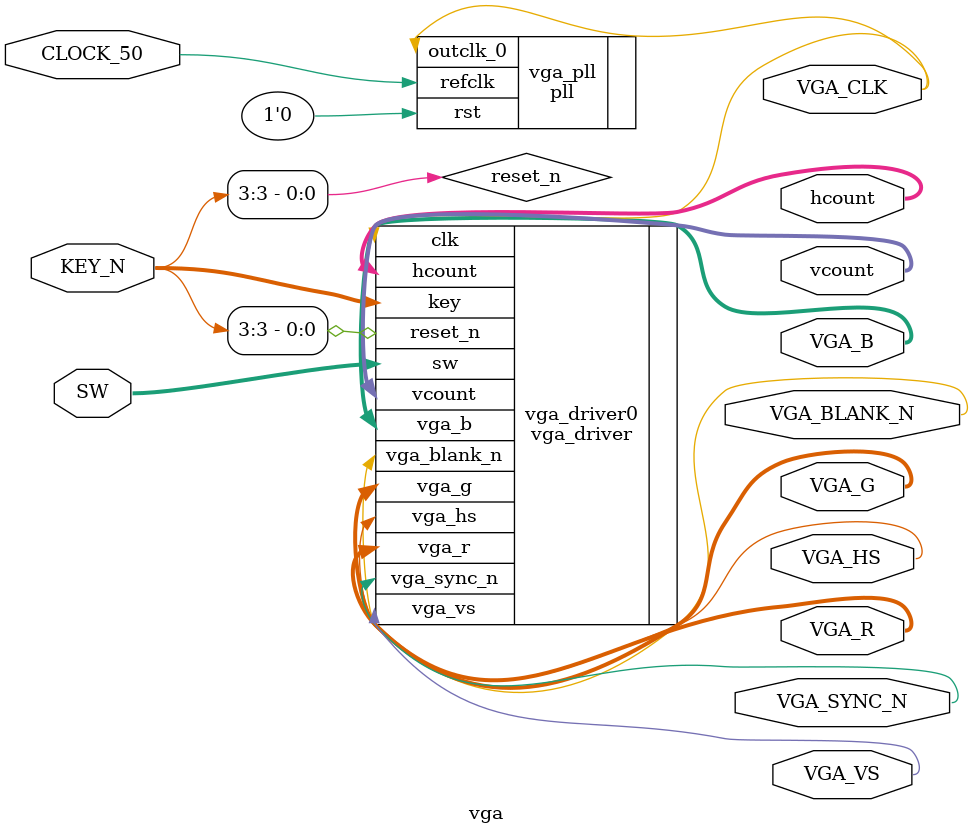
<source format=sv>
module vga(
	input logic CLOCK_50,
	input logic [9:0] SW,
	input logic [3:0] KEY_N,
	output logic VGA_SYNC_N, VGA_BLANK_N, VGA_HS, VGA_VS, VGA_CLK,
	output logic [7:0] VGA_R, VGA_G, VGA_B,
	output logic [9:0] hcount, vcount
);

logic reset_n;
assign reset_n = KEY_N[3];

pll vga_pll(.refclk(CLOCK_50), .rst(1'b0), .outclk_0(VGA_CLK));

vga_driver vga_driver0(
	.clk(VGA_CLK),
	.reset_n(reset_n),
	.sw(SW),
	.key(KEY_N),
	.vga_sync_n(VGA_SYNC_N), .vga_blank_n(VGA_BLANK_N), .vga_hs(VGA_HS), .vga_vs(VGA_VS),
	.vga_r(VGA_R), .vga_g(VGA_G), .vga_b(VGA_B),
	.hcount(hcount), .vcount(vcount)
);

endmodule
</source>
